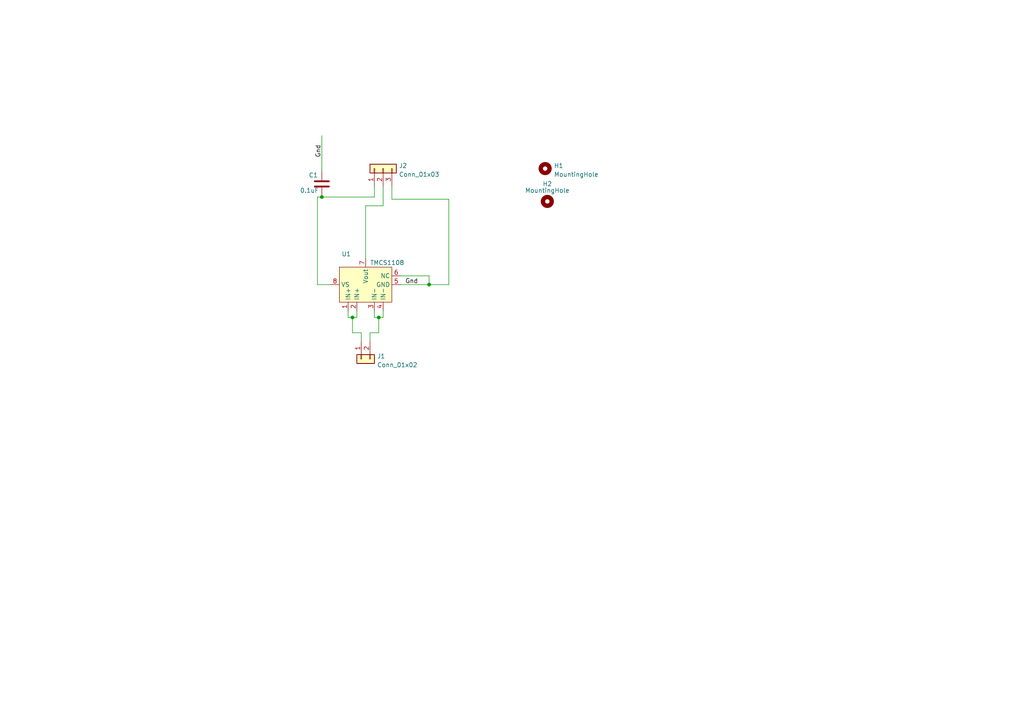
<source format=kicad_sch>
(kicad_sch (version 20211123) (generator eeschema)
  (paper "A4")
  (lib_symbols
    (symbol "Connector_Generic:Conn_01x02" (pin_names (offset 1.016) hide)
      (property "Reference" "J" (at 0 2.54 0))
      (property "Value" "Conn_01x02" (at 0 -5.08 0))
      (symbol "Conn_01x02_1_1"
        (rectangle (start -1.27 -2.413) (end 0 -2.667) (stroke (width 0.1524)))
        (rectangle (start -1.27 0.127) (end 0 -0.127) (stroke (width 0.1524)))
        (rectangle (start -1.27 1.27) (end 1.27 -3.81) (stroke (width 0.254)) (fill (type background)))
        (pin passive line (at -5.08 0 0) (length 3.81) (name "Pin_1") (number "1"))
        (pin passive line (at -5.08 -2.54 0) (length 3.81) (name "Pin_2") (number "2"))
      )
    )
    (symbol "Connector_Generic:Conn_01x03" (pin_names (offset 1.016) hide)
      (property "Reference" "J" (at 0 5.08 0))
      (property "Value" "Conn_01x03" (at 0 -5.08 0))
      (symbol "Conn_01x03_1_1"
        (rectangle (start -1.27 -2.413) (end 0 -2.667) (stroke (width 0.1524)))
        (rectangle (start -1.27 0.127) (end 0 -0.127) (stroke (width 0.1524)))
        (rectangle (start -1.27 2.667) (end 0 2.413) (stroke (width 0.1524)))
        (rectangle (start -1.27 3.81) (end 1.27 -3.81) (stroke (width 0.254)) (fill (type background)))
        (pin passive line (at -5.08 2.54 0) (length 3.81) (name "Pin_1") (number "1"))
        (pin passive line (at -5.08 0 0) (length 3.81) (name "Pin_2") (number "2"))
        (pin passive line (at -5.08 -2.54 0) (length 3.81) (name "Pin_3") (number "3"))
      )
    )
    (symbol "Device:C" (pin_numbers hide) (pin_names (offset 0.254))
      (property "Reference" "C" (at 0.635 2.54 0))
      (property "Value" "C" (at 0.635 -2.54 0))
      (symbol "C_0_1"
        (polyline (pts (xy -2.032 -0.762) (xy 2.032 -0.762)) (stroke (width 0.508)))
        (polyline (pts (xy -2.032 0.762) (xy 2.032 0.762)) (stroke (width 0.508)))
      )
      (symbol "C_1_1"
        (pin passive line (at 0 3.81 270) (length 2.794) (name "~") (number "1"))
        (pin passive line (at 0 -3.81 90) (length 2.794) (name "~") (number "2"))
      )
    )
    (symbol "Kitecraft_Current_Sensors:TMCS1108"
      (property "Reference" "U" (at 2.54 12.7 0))
      (property "Value" "TMCS1108" (at 2.54 10.16 0))
      (symbol "TMCS1108_0_0"
        (pin input line (at -7.62 5.08 0) (length 2.54) (name "IN+") (number "1"))
        (pin input line (at -7.62 2.54 0) (length 2.54) (name "IN+") (number "2"))
        (pin input line (at -7.62 -2.54 0) (length 2.54) (name "IN-") (number "3"))
        (pin input line (at -7.62 -5.08 0) (length 2.54) (name "IN-") (number "4"))
        (pin power_in line (at 0 -10.16 90) (length 2.54) (name "GND") (number "5"))
        (pin passive line (at 2.54 -10.16 90) (length 2.54) (name "NC") (number "6"))
        (pin output line (at 7.62 0 180) (length 2.54) (name "Vout") (number "7"))
        (pin power_in line (at 0 10.16 270) (length 2.54) (name "VS") (number "8"))
      )
      (symbol "TMCS1108_0_1"
        (rectangle (start -5.08 7.62) (end 5.08 -7.62) (stroke (width 0.1524)) (fill (type background)))
      )
    )
    (symbol "Mechanical:MountingHole" (pin_names (offset 1.016))
      (property "Reference" "H" (at 0 5.08 0))
      (property "Value" "MountingHole" (at 0 3.175 0))
      (symbol "MountingHole_0_1"
        (circle (center 0 0) (radius 1.27) (stroke (width 1.27)))
      )
    )
  )
  (junction (at 102.235 92.075))
  (junction (at 93.345 57.15))
  (junction (at 124.46 82.55))
  (junction (at 109.855 92.075))
  (wire (pts (xy 108.585 53.975) (xy 108.585 57.15)))
  (wire (pts (xy 107.315 96.52) (xy 107.315 99.06)))
  (wire (pts (xy 92.075 57.15) (xy 93.345 57.15)))
  (wire (pts (xy 93.345 57.15) (xy 108.585 57.15)))
  (wire (pts (xy 102.235 92.075) (xy 100.965 92.075)))
  (wire (pts (xy 113.665 57.785) (xy 130.175 57.785)))
  (wire (pts (xy 100.965 92.075) (xy 100.965 90.17)))
  (wire (pts (xy 111.125 90.17) (xy 111.125 92.075)))
  (wire (pts (xy 113.665 53.975) (xy 113.665 57.785)))
  (wire (pts (xy 102.235 92.075) (xy 102.235 96.52)))
  (wire (pts (xy 124.46 82.55) (xy 116.205 82.55)))
  (wire (pts (xy 102.235 96.52) (xy 104.775 96.52)))
  (wire (pts (xy 111.125 59.69) (xy 106.045 59.69)))
  (wire (pts (xy 111.125 92.075) (xy 109.855 92.075)))
  (wire (pts (xy 109.855 96.52) (xy 107.315 96.52)))
  (wire (pts (xy 93.345 39.37) (xy 93.345 49.53)))
  (wire (pts (xy 109.855 92.075) (xy 109.855 96.52)))
  (wire (pts (xy 108.585 92.075) (xy 108.585 90.17)))
  (wire (pts (xy 92.075 57.15) (xy 92.075 82.55)))
  (wire (pts (xy 130.175 82.55) (xy 124.46 82.55)))
  (wire (pts (xy 92.075 82.55) (xy 95.885 82.55)))
  (wire (pts (xy 106.045 59.69) (xy 106.045 74.93)))
  (wire (pts (xy 124.46 80.01) (xy 124.46 82.55)))
  (wire (pts (xy 111.125 53.975) (xy 111.125 59.69)))
  (wire (pts (xy 116.205 80.01) (xy 124.46 80.01)))
  (wire (pts (xy 103.505 92.075) (xy 102.235 92.075)))
  (wire (pts (xy 109.855 92.075) (xy 108.585 92.075)))
  (wire (pts (xy 104.775 96.52) (xy 104.775 99.06)))
  (wire (pts (xy 103.505 90.17) (xy 103.505 92.075)))
  (wire (pts (xy 130.175 57.785) (xy 130.175 82.55)))
  (label "Gnd" (at 121.285 82.55 180))
  (label "Gnd" (at 93.345 41.91 270))
  (symbol (lib_id "Mechanical:MountingHole") (at 158.115 48.895 0) (unit 1)
    (property "Reference" "H1" (at 160.655 48.0603 0) (effects (justify left)))
    (property "Value" "MountingHole" (at 160.655 50.5972 0) (effects (justify left)))
    (property "Footprint" "MountingHole:MountingHole_2.2mm_M2_DIN965" (effects hide))
  )
  (symbol (lib_id "Device:C") (at 93.345 53.34 180) (unit 1)
    (property "Reference" "C1" (at 89.535 50.8 0) (effects (justify right)))
    (property "Value" "0.1uF" (at 86.995 55.245 0) (effects (justify right)))
    (property "Footprint" "Capacitor_SMD:C_0805_2012Metric_Pad1.18x1.45mm_HandSolder" (effects hide))
  )
  (symbol (lib_id "Mechanical:MountingHole") (at 158.75 58.42 0) (unit 1)
    (property "Reference" "H2" (at 158.75 53.34 0))
    (property "Value" "MountingHole" (at 158.75 55.245 0))
    (property "Footprint" "MountingHole:MountingHole_2.2mm_M2_DIN965" (effects hide))
  )
  (symbol (lib_id "Connector_Generic:Conn_01x03") (at 111.125 48.895 90) (unit 1)
    (property "Reference" "J2" (at 115.697 48.0603 90) (effects (justify right)))
    (property "Value" "Conn_01x03" (at 115.697 50.5972 90) (effects (justify right)))
    (property "Footprint" "Connector_PinHeader_2.54mm:PinHeader_1x03_P2.54mm_Vertical" (effects hide))
  )
  (symbol (lib_id "Kitecraft_Current_Sensors:TMCS1108") (at 106.045 82.55 90) (unit 1)
    (property "Reference" "U1" (at 99.06 73.66 90) (effects (justify right)))
    (property "Value" "TMCS1108" (at 107.315 76.2 90) (effects (justify right)))
    (property "Footprint" "Kitecraft_Boards:SO-8_3.9x4.9mm_P1.27mm" (effects hide))
  )
  (symbol (lib_id "Connector_Generic:Conn_01x02") (at 104.775 104.14 90) (mirror x) (unit 1)
    (property "Reference" "J1" (at 109.347 103.3053 90) (effects (justify right)))
    (property "Value" "Conn_01x02" (at 109.347 105.8422 90) (effects (justify right)))
    (property "Footprint" "TerminalBlock_Phoenix:TerminalBlock_Phoenix_MKDS-1,5-2_1x02_P5.00mm_Horizontal" (effects hide))
  )
)
</source>
